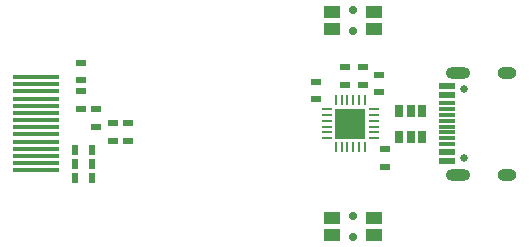
<source format=gbs>
G04 #@! TF.GenerationSoftware,KiCad,Pcbnew,5.1.4+dfsg1-1*
G04 #@! TF.CreationDate,2020-04-13T21:52:35+02:00*
G04 #@! TF.ProjectId,OtterIron_PRO_Top,4f747465-7249-4726-9f6e-5f50524f5f54,rev?*
G04 #@! TF.SameCoordinates,Original*
G04 #@! TF.FileFunction,Soldermask,Bot*
G04 #@! TF.FilePolarity,Negative*
%FSLAX46Y46*%
G04 Gerber Fmt 4.6, Leading zero omitted, Abs format (unit mm)*
G04 Created by KiCad (PCBNEW 5.1.4+dfsg1-1) date 2020-04-13 21:52:35*
%MOMM*%
%LPD*%
G04 APERTURE LIST*
%ADD10R,0.900000X0.600000*%
%ADD11R,4.000000X0.320000*%
%ADD12R,0.600000X0.900000*%
%ADD13R,0.250000X0.825000*%
%ADD14R,0.825000X0.250000*%
%ADD15R,2.650000X2.650000*%
%ADD16R,0.650000X1.060000*%
%ADD17C,0.700000*%
%ADD18R,1.400000X1.050000*%
%ADD19R,1.450000X0.600000*%
%ADD20O,2.100000X1.000000*%
%ADD21O,1.600000X1.000000*%
%ADD22C,0.650000*%
%ADD23R,1.450000X0.300000*%
G04 APERTURE END LIST*
D10*
X66500000Y-109950000D03*
X66500000Y-111450000D03*
D11*
X58700000Y-106069223D03*
X58700000Y-106675376D03*
X58700000Y-107281529D03*
X58700000Y-107887682D03*
X58700000Y-108493835D03*
X58700000Y-109099988D03*
X58700000Y-109706141D03*
X58700000Y-110312294D03*
X58700000Y-110918447D03*
X58700000Y-111524600D03*
X58700000Y-112130753D03*
X58700000Y-112736906D03*
X58700000Y-113343059D03*
X58700000Y-113949223D03*
D10*
X63800000Y-108750000D03*
X63800000Y-110250000D03*
X82400000Y-106450000D03*
X82400000Y-107950000D03*
X65200000Y-109950000D03*
X65200000Y-111450000D03*
D12*
X63450000Y-112200000D03*
X61950000Y-112200000D03*
D10*
X88200000Y-112150000D03*
X88200000Y-113650000D03*
X87700000Y-107350000D03*
X87700000Y-105850000D03*
X86400000Y-105250000D03*
X86400000Y-106750000D03*
X84800000Y-106750000D03*
X84800000Y-105250000D03*
D12*
X63450000Y-114600000D03*
X61950000Y-114600000D03*
D10*
X62500000Y-104850000D03*
X62500000Y-106350000D03*
D12*
X63450000Y-113400000D03*
X61950000Y-113400000D03*
D10*
X62500000Y-108750000D03*
X62500000Y-107250000D03*
D13*
X86550000Y-108037500D03*
X86050000Y-108037500D03*
X85550000Y-108037500D03*
X85050000Y-108037500D03*
X84550000Y-108037500D03*
X84050000Y-108037500D03*
D14*
X83337500Y-108750000D03*
X83337500Y-109250000D03*
X83337500Y-109750000D03*
X83337500Y-110250000D03*
X83337500Y-110750000D03*
X83337500Y-111250000D03*
D13*
X84050000Y-111962500D03*
X84550000Y-111962500D03*
X85050000Y-111962500D03*
X85550000Y-111962500D03*
X86050000Y-111962500D03*
X86550000Y-111962500D03*
D14*
X87262500Y-111250000D03*
X87262500Y-110750000D03*
X87262500Y-110250000D03*
X87262500Y-109750000D03*
X87262500Y-109250000D03*
X87262500Y-108750000D03*
D15*
X85300000Y-110000000D03*
D16*
X90400000Y-108900000D03*
X91350000Y-108900000D03*
X89450000Y-108900000D03*
X89450000Y-111100000D03*
X90400000Y-111100000D03*
X91350000Y-111100000D03*
D17*
X85500000Y-119600000D03*
X85500000Y-117800000D03*
D18*
X87300000Y-119420000D03*
X83700000Y-119420000D03*
X87300000Y-117980000D03*
X83700000Y-117980000D03*
D17*
X85500000Y-100400000D03*
X85500000Y-102200000D03*
D18*
X83700000Y-100580000D03*
X87300000Y-100580000D03*
X83700000Y-102020000D03*
X87300000Y-102020000D03*
D19*
X93500000Y-107600000D03*
X93500000Y-112400000D03*
X93500000Y-113200000D03*
X93500000Y-106800000D03*
D20*
X94415000Y-105680000D03*
X94415000Y-114320000D03*
D21*
X98595000Y-105680000D03*
X98595000Y-114320000D03*
D22*
X94945000Y-112890000D03*
X94945000Y-107110000D03*
D19*
X93500000Y-113200000D03*
X93500000Y-112400000D03*
D23*
X93500000Y-111750000D03*
X93500000Y-111250000D03*
X93500000Y-110750000D03*
X93500000Y-110250000D03*
X93500000Y-109750000D03*
X93500000Y-109250000D03*
X93500000Y-108750000D03*
X93500000Y-108250000D03*
D19*
X93500000Y-107600000D03*
X93500000Y-106800000D03*
M02*

</source>
